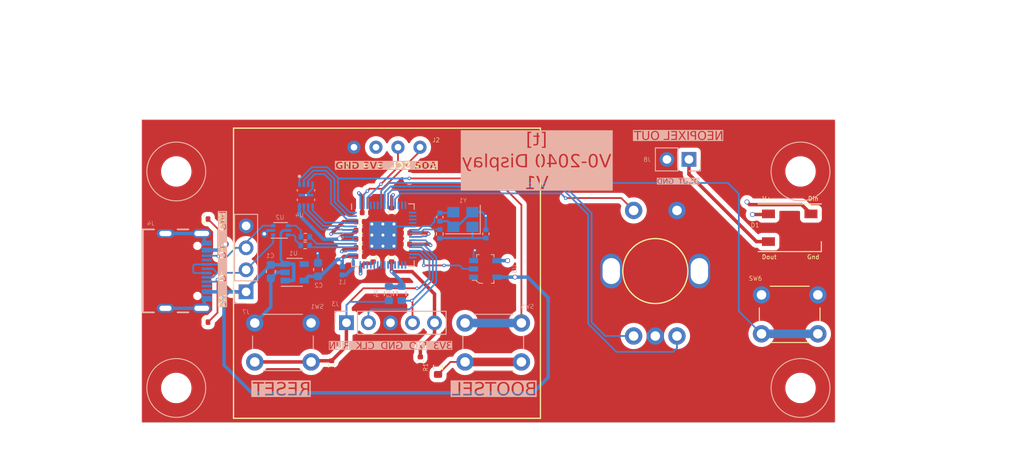
<source format=kicad_pcb>
(kicad_pcb (version 20221018) (generator pcbnew)
  (layers (0 "F.Cu" signal) (1 "In1.Cu" power) (2 "In2.Cu" power) (31 "B.Cu" signal) (34 "B.Paste" user) (35 "F.Paste" user) (36 "B.SilkS" user "B.Silkscreen") (37 "F.SilkS" user "F.Silkscreen") (38 "B.Mask" user) (39 "F.Mask" user) (44 "Edge.Cuts" user))
  (net 0 "")
  (net 1 "GND")
  (net 2 "VBUS")
  (net 3 "D+")
  (net 4 "D-")
  (net 5 "SDA")
  (net 6 "SCL")
  (net 7 "SWDCLK")
  (net 8 "SWDIO")
  (net 9 "Net-(D1-DOUT)")
  (net 10 "Kill_Switch")
  (net 11 "NeoPixel")
  (net 12 "Net-(D1-DIN)")
  (net 13 "OSC_IN")
  (net 14 "Net-(C4-Pad1)")
  (net 15 "Encoder_Switch")
  (net 16 "Encoder_B")
  (net 17 "Encoder_A")
  (net 18 "RUN")
  (net 19 "3.3V")
  (net 20 "AVDD")
  (net 22 "OSC_OUT")
  (net 23 "QSPI_SS")
  (net 24 "Net-(J4-CC2)")
  (net 25 "OUT_D+")
  (net 26 "OUT_D-")
  (net 27 "QSPI_SD2")
  (net 28 "QSPI_SD1")
  (net 29 "QSPI_SD3")
  (net 30 "QSPI_SCLK")
  (net 31 "QSPI_SD0")
  (net 32 "Net-(J4-CC1)")
  (net 34 "Net-(SW5-B)")
  (net 36 "1.1V")
  (net 61 "Net-(U5-USB_DP)")
  (net 62 "Net-(U5-USB_DM)")
  (footprint "Voron0 2040 display:R_0603_1608Metric" (layer "F.Cu") (at 119.36 78.26 90)
    (fp_text reference "R1")
    (fp_text value "1K" hide)
  )
  (footprint "Voron0 2040 display:MountingHole_3.2mm_M3" (layer "F.Cu") (at 161.17 80.65)
    (fp_text reference "H2" hide)
    (fp_text value "MountingHole" hide)
  )
  (footprint "Voron0 2040 display:MountingHole_3.2mm_M3" (layer "F.Cu") (at 161.17 55.65)
    (fp_text reference "H3" hide)
    (fp_text value "MountingHole" hide)
  )
  (footprint "Voron0 2040 display:LED_WS2812B_PLCC4_5.0x5.0mm_P3.2mm" (layer "F.Cu") (at 159.92 62.15)
    (fp_text reference "D1")
    (fp_text value "WS2812B" hide)
  )
  (footprint "Voron0 2040 display:SW_PUSH_6mm" (layer "F.Cu") (at 156.67 69.9)
    (fp_text reference "SW6")
    (fp_text value "Killswitch" hide)
  )
  (footprint "Voron0 2040 display:EN11_Encoder" (layer "F.Cu") (at 144.42 67.15)
    (fp_text reference "SW7" hide)
    (fp_text value "Rotary_Encoder_Switch" hide)
  )
  (footprint "Voron0 2040 display:MountingHole_3.2mm_M3" (layer "F.Cu") (at 89.17 80.65)
    (fp_text reference "H4" hide)
    (fp_text value "MountingHole" hide)
  )
  (footprint "Voron0 2040 display:MountingHole_3.2mm_M3" (layer "F.Cu") (at 89.17 55.65)
    (fp_text reference "H1" hide)
    (fp_text value "MountingHole" hide)
  )
  (footprint "Voron0 2040 display:1pt3in_OLED" (layer "F.Cu") (at 113.47 52.85)
    (fp_text reference "J2")
    (fp_text value "I2C Header 1" hide)
  )
  (footprint "Voron0 2040 display:C_0402_1005Metric" (layer "F.Cu") (at 110.37 62.45)
    (fp_text reference "C12" hide)
    (fp_text value "0.1uf" hide)
  )
  (footprint "Voron0 2040 display:R_0402_1005Metric" (layer "F.Cu") (at 92.32 73.05)
    (fp_text reference "R5" hide)
    (fp_text value "5.1K" hide)
  )
  (footprint "Voron0 2040 display:C_0402_1005Metric" (layer "F.Cu") (at 115.62 62.75 180)
    (fp_text reference "C11" hide)
    (fp_text value "0.1uf" hide)
  )
  (footprint "Voron0 2040 display:C_0402_1005Metric" (layer "F.Cu") (at 110.37 63.45)
    (fp_text reference "C14" hide)
    (fp_text value "0.1uf" hide)
  )
  (footprint "Voron0 2040 display:R_0402_1005Metric" (layer "F.Cu") (at 92.32 61.15 180)
    (fp_text reference "R6" hide)
    (fp_text value "5.1K" hide)
  )
  (footprint "Voron0 2040 display:C_0402_1005Metric" (layer "F.Cu") (at 107.08 77.99 -90)
    (fp_text reference "C8" hide)
    (fp_text value "0.1uf" hide)
  )
  (footprint "Voron0 2040 display:C_0402_1005Metric" (layer "F.Cu") (at 114 65.6 90)
    (fp_text reference "C10" hide)
    (fp_text value "0.1uf" hide)
  )
  (footprint "Voron0 2040 display:C_0402_1005Metric" (layer "F.Cu") (at 110.37 61.45)
    (fp_text reference "C9" hide)
    (fp_text value "1uf" hide)
  )
  (footprint "Voron0 2040 display:C_0402_1005Metric" (layer "F.Cu") (at 117.32 77.55 -90)
    (fp_text reference "C5" hide)
    (fp_text value "0.1uf" hide)
  )
  (footprint "Voron0 2040 display:C_0402_1005Metric" (layer "F.Cu") (at 110.37 64.45)
    (fp_text reference "C7" hide)
    (fp_text value "0.1uf" hide)
  )
  (footprint "Voron0 2040 display:C_0402_1005Metric" (layer "F.Cu") (at 110.37 65.45)
    (fp_text reference "C16" hide)
    (fp_text value "0.1uf" hide)
  )
  (footprint "Voron0 2040 display:C_0402_1005Metric" (layer "F.Cu") (at 111.09 60.4)
    (fp_text reference "C17" hide)
    (fp_text value "0.1uf" hide)
  )
  (footprint "Voron0 2040 display:C_0402_1005Metric" (layer "F.Cu") (at 114 60.35 -90)
    (fp_text reference "C13" hide)
    (fp_text value "0.1uf" hide)
  )
  (footprint "Voron0 2040 display:C_0402_1005Metric" (layer "F.Cu") (at 115.6 64.05 180)
    (fp_text reference "C6" hide)
    (fp_text value "0.1uf" hide)
  )
  (footprint "Voron0 2040 display:C_0402_1005Metric" (layer "F.Cu") (at 111.88 65.6 90)
    (fp_text reference "C15" hide)
    (fp_text value "0.1uf" hide)
  )
  (footprint "Voron0 2040 display:PinHeader_1x05_P2.54mm_Vertical" (layer "B.Cu") (at 108.795 73.12 -90)
    (fp_text reference "J3")
    (fp_text value "SWD" hide)
  )
  (footprint "Voron0 2040 display:R_0402_1005Metric" (layer "B.Cu") (at 119.56 62.86 -90)
    (fp_text reference "R2" hide)
    (fp_text value "1k" hide)
  )
  (footprint "Voron0 2040 display:R_0603_1608Metric" (layer "B.Cu") (at 115.15 69.75 -90)
    (fp_text reference "R3")
    (fp_text value "10k" hide)
  )
  (footprint "Voron0 2040 display:SW_PUSH_6mm" (layer "B.Cu") (at 128.975 73.145 180)
    (fp_text reference "SW5")
    (fp_text value "BOOTSEL" hide)
  )
  (footprint "Voron0 2040 display:C_0603_1608Metric" (layer "B.Cu") (at 105.52 66.975 90)
    (fp_text reference "C2")
    (fp_text value "4.7uF" hide)
  )
  (footprint "Voron0 2040 display:C_0402_1005Metric" (layer "B.Cu") (at 119.57 60.92 90)
    (fp_text reference "C3" hide)
    (fp_text value "27pf" hide)
  )
  (footprint "Voron0 2040 display:C_0402_1005Metric" (layer "B.Cu") (at 124.88 62.86 90)
    (fp_text reference "C4" hide)
    (fp_text value "27pf" hide)
  )
  (footprint "Voron0 2040 display:SOT-23-5" (layer "B.Cu") (at 102.82 67.295)
    (fp_text reference "U1")
    (fp_text value "AP2127K-3.3" hide)
  )
  (footprint "Voron0 2040 display:SOT-753" (layer "B.Cu") (at 124.81 66.9 90)
    (fp_text reference "U3")
    (fp_text value "74LVC1G17" hide)
  )
  (footprint "Voron0 2040 display:SOT-666" (layer "B.Cu") (at 101.195 62.45)
    (fp_text reference "U2")
    (fp_text value "USBLC6-2P6" hide)
  )
  (footprint "Voron0 2040 display:PinHeader_1x02_P2.54mm_Vertical" (layer "B.Cu") (at 148.3 54.26 90)
    (fp_text reference "J8")
    (fp_text value "Conn_01x02" hide)
  )
  (footprint "Voron0 2040 display:C_0603_1608Metric" (layer "B.Cu") (at 100.07 67.205 -90)
    (fp_text reference "C1")
    (fp_text value "4.7uF" hide)
  )
  (footprint "Voron0 2040 display:PinHeader_1x04_P2.54mm_Vertical" (layer "B.Cu") (at 97.22 69.55)
    (fp_text reference "J7")
    (fp_text value "USB_Header")
  )
  (footprint "Voron0 2040 display:IC_W25Q16JVUXIQ_TR" (layer "B.Cu") (at 104.13 58.3775 -90)
    (fp_text reference "U4")
    (fp_text value "W25Q16JVUXIQ_TR" hide)
  )
  (footprint "Voron0 2040 display:SW_PUSH_6mm" (layer "B.Cu") (at 104.72 73.145 180)
    (fp_text reference "SW1")
    (fp_text value "RESET" hide)
  )
  (footprint "Voron0 2040 display:R_0402_1005Metric" (layer "B.Cu") (at 104.05 63.19 180)
    (fp_text reference "R7" hide)
    (fp_text value "27R" hide)
  )
  (footprint "Voron0 2040 display:RP2040-QFN-56" (layer "B.Cu") (at 113 63 -90)
    (fp_text reference "U5")
    (fp_text value "RP2040" hide)
  )
  (footprint "Voron0 2040 display:L_0402_1005Metric" (layer "B.Cu") (at 108.31 67.11 -90)
    (fp_text reference "L1")
    (fp_text value "120R 100MHZ" hide)
  )
  (footprint "Voron0 2040 display:Crystal_SMD_3225-4Pin_3.2x2.5mm" (layer "B.Cu") (at 122.23 61.2 180)
    (fp_text reference "Y1")
    (fp_text value "12Mhz" hide)
  )
  (footprint "Voron0 2040 display:GCT_USB4105-GF-A" (layer "B.Cu") (at 87.92 67.13 90)
    (fp_text reference "J4")
    (fp_text value "USB-TYPE-C-018" hide)
  )
  (footprint "Voron0 2040 display:R_0603_1608Metric" (layer "B.Cu") (at 113.69 69.75 -90)
    (fp_text reference "R4")
    (fp_text value "10k" hide)
  )
  (footprint "Voron0 2040 display:R_0402_1005Metric" (layer "B.Cu") (at 104.03 64.19)
    (fp_text reference "R8" hide)
    (fp_text value "27R" hide)
  )
  (gr_circle (center 161.17 55.65) (end 163.57 53.25) (stroke (width 0.12)) (fill none) (layer "B.SilkS"))
  (gr_circle (center 89.17 80.65) (end 91.57 78.25) (stroke (width 0.12)) (fill none) (layer "B.SilkS"))
  (gr_circle (center 89.17 55.65) (end 91.57 53.25) (stroke (width 0.12)) (fill none) (layer "B.SilkS"))
  (gr_circle (center 161.17 80.65) (end 163.57 78.25) (stroke (width 0.12)) (fill none) (layer "B.SilkS"))
  (gr_line (start 85.17 84.65) (end 85.17 49.65) (stroke (width 0.05)) (layer "Edge.Cuts"))
  (gr_line (start 85.17 49.65) (end 165.17 49.65) (stroke (width 0.05)) (layer "Edge.Cuts"))
  (gr_line (start 165.17 84.65) (end 85.17 84.65) (stroke (width 0.05)) (layer "Edge.Cuts"))
  (gr_line (start 165.17 49.65) (end 165.17 84.65) (stroke (width 0.05)) (layer "Edge.Cuts"))
  (gr_text "5V    D-    D+    Gnd" (at 94.42 71.32 270) (layer "B.SilkS" knockout) (effects (font (size 0.8 0.8)) (justify left mirror)))
  (gr_text "NEOPIXEL OUT" (at 147.12 52.175) (layer "B.SilkS" knockout) (effects (font (size 1 1)) (justify bottom mirror)))
  (gr_text "3V3  DIO  GND  CLK  RUN" (at 113.87 75.81) (layer "B.SilkS" knockout) (effects (font (size 0.8 0.8)) (justify mirror)))
  (gr_text "[t]\nV0-2040 Display\nV1" (at 130.72 54.55) (layer "B.SilkS" knockout) (effects (font (size 1.5 1.5) (thickness 0.2)) (justify mirror)))
  (gr_text "RESET" (at 104.72 80.875) (layer "B.SilkS" knockout) (effects (font (size 1.5 1.5) (thickness 0.3)) (justify left mirror)))
  (gr_text "DOUT  GND" (at 147.07 56.825) (layer "B.SilkS" knockout) (effects (font (size 0.6 0.6)) (justify mirror)))
  (gr_text "SDA SCL  3V3 GND" (at 113.35 55.02) (layer "B.SilkS" knockout) (effects (font (size 0.8 0.8) (thickness 0.1875) bold) (justify mirror)))
  (gr_text "BOOTSEL" (at 125.87 80.875) (layer "B.SilkS" knockout) (effects (font (size 1.5 1.5) (thickness 0.3)) (justify mirror)))
  (gr_text "V+" (at 157.306 58.794) (layer "F.SilkS") (effects (font (size 0.5 0.5) (thickness 0.075))))
  (gr_text "Gnd" (at 162.64 65.525) (layer "F.SilkS") (effects (font (size 0.5 0.5) (thickness 0.075))))
  (gr_text " 5V    D-    D+    Gnd" (at 94.57 71.67 90) (layer "F.SilkS" knockout) (effects (font (size 0.8 0.8)) (justify left)))
  (gr_text "Dout" (at 157.56 65.525) (layer "F.SilkS") (effects (font (size 0.5 0.5) (thickness 0.075))))
  (gr_text "Din" (at 162.64 58.794) (layer "F.SilkS") (effects (font (size 0.5 0.5) (thickness 0.075))))
  (gr_text "GND 3V3  SCL SDA" (at 113.38 55.02) (layer "F.SilkS" knockout) (effects (font (size 0.8 0.8) (thickness 0.1875) bold)))
  (segment (start 110.85 62.45) (end 111 62.45) (width 0.4) (layer "F.Cu") (net 1))
  (segment (start 111.57 61.57) (end 111.725 61.725) (width 0.4) (layer "F.Cu") (net 1))
  (segment (start 111.275 63.45) (end 111.725 63) (width 0.4) (layer "F.Cu") (net 1))
  (segment (start 110.85 63.45) (end 111.275 63.45) (width 0.4) (layer "F.Cu") (net 1))
  (segment (start 91.81 71.74) (end 92.1 71.45) (width 0.4) (layer "F.Cu") (net 1))
  (segment (start 114 60.83) (end 114 61.45) (width 0.4) (layer "F.Cu") (net 1))
  (segment (start 110.85 64.45) (end 111.55 64.45) (width 0.4) (layer "F.Cu") (net 1))
  (segment (start 115.14 62.75) (end 114.525 62.75) (width 0.4) (layer "F.Cu") (net 1))
  (segment (start 114 64.55) (end 114.275 64.275) (width 0.4) (layer "F.Cu") (net 1))
  (segment (start 115.12 64.05) (end 114.5 64.05) (width 0.4) (layer "F.Cu") (net 1))
  (segment (start 110.85 61.45) (end 111.45 61.45) (width 0.4) (layer "F.Cu") (net 1))
  (segment (start 114.525 62.75) (end 114.275 63) (width 0.4) (layer "F.Cu") (net 1))
  (segment (start 110.85 65.45) (end 110.85 65.15) (width 0.4) (layer "F.Cu") (net 1))
  (segment (start 111.88 65.12) (end 111.88 64.43) (width 0.4) (layer "F.Cu") (net 1))
  (segment (start 111.55 64.45) (end 111.725 64.275) (width 0.4) (layer "F.Cu") (net 1))
  (segment (start 111.57 60.4) (end 111.57 61.57) (width 0.4) (layer "F.Cu") (net 1))
  (segment (start 110.85 65.15) (end 111.725 64.275) (width 0.4) (layer "F.Cu") (net 1))
  (segment (start 111.45 61.45) (end 111.725 61.725) (width 0.4) (layer "F.Cu") (net 1))
  (segment (start 111.88 64.43) (end 111.725 64.275) (width 0.4) (layer "F.Cu") (net 1))
  (segment (start 114.5 64.05) (end 114.275 64.275) (width 0.4) (layer "F.Cu") (net 1))
  (segment (start 111 62.45) (end 111.725 61.725) (width 0.4) (layer "F.Cu") (net 1))
  (segment (start 114 61.45) (end 114.275 61.725) (width 0.4) (layer "F.Cu") (net 1))
  (segment (start 114 65.12) (end 114 64.55) (width 0.4) (layer "F.Cu") (net 1))
  (via (at 99.32 62.85) (size 0.8) (drill 0.4) (layers "F.Cu" "B.Cu") (net 1))
  (via (at 124.865 60.775) (size 0.4) (drill 0.2) (layers "F.Cu" "B.Cu") (net 1))
  (via (at 123.61 64.75) (size 0.4) (drill 0.2) (layers "F.Cu" "B.Cu") (net 1))
  (via (at 105.47 65.1) (size 0.4) (drill 0.2) (layers "F.Cu" "B.Cu") (net 1))
  (via (at 104.13 58.3775) (size 0.4) (drill 0.2) (layers "F.Cu" "B.Cu") (net 1))
  (segment (start 123.33 60.35) (end 124.44 60.35) (width 0.25) (layer "B.Cu") (net 1))
  (segment (start 92.1 62.81) (end 87.64 62.81) (width 0.4) (layer "B.Cu") (net 1))
  (segment (start 99.72 62.45) (end 99.32 62.85) (width 0.3) (layer "B.Cu") (net 1))
  (segment (start 114 62) (end 113.01 62.99) (width 0.2) (layer "B.Cu") (net 1))
  (segment (start 92.395 70.33) (end 92.395 71.155) (width 0.4) (layer "B.Cu") (net 1))
  (segment (start 123.46 64.9) (end 123.61 64.75) (width 0.2) (layer "B.Cu") (net 1))
  (segment (start 104.88 57.1275) (end 104.88 57.6275) (width 0.2) (layer "B.Cu") (net 1))
  (segment (start 121.13 62.05) (end 121.545 62.05) (width 0.25) (layer "B.Cu") (net 1))
  (segment (start 100.07 67.98) (end 100.07 71.295) (width 0.4) (layer "B.Cu") (net 1))
  (segment (start 92.395 71.155) (end 92.1 71.45) (width 0.4) (layer "B.Cu") (net 1))
  (segment (start 119.57 61.4) (end 120.48 61.4) (width 0.25) (layer "B.Cu") (net 1))
  (segment (start 92.1 71.45) (end 87.64 71.45) (width 0.4) (layer "B.Cu") (net 1))
  (segment (start 124.865 60.775) (end 124.88 60.79) (width 0.25) (layer "B.Cu") (net 1))
  (segment (start 124.88 60.79) (end 124.88 62.38) (width 0.25) (layer "B.Cu") (net 1))
  (segment (start 105.52 65.15) (end 105.47 65.1) (width 0.25) (layer "B.Cu") (net 1))
  (segment (start 113.01 62.99) (end 113 63) (width 0.2) (layer "B.Cu") (net 1))
  (segment (start 100.755 67.295) (end 100.07 67.98) (width 0.4) (layer "B.Cu") (net 1))
  (segment (start 120.48 61.4) (end 121.13 62.05) (width 0.25) (layer "B.Cu") (net 1))
  (segment (start 92.395 63.105) (end 92.1 62.81) (width 0.4) (layer "B.Cu") (net 1))
  (segment (start 92.395 63.93) (end 92.395 63.105) (width 0.4) (layer "B.Cu") (net 1))
  (segment (start 104.88 57.6275) (end 104.13 58.3775) (width 0.2) (layer "B.Cu") (net 1))
  (segment (start 100.27 62.45) (end 99.72 62.45) (width 0.3) (layer "B.Cu") (net 1))
  (segment (start 116.435 62) (end 114 62) (width 0.2) (layer "B.Cu") (net 1))
  (segment (start 123.46 65.95) (end 123.46 64.9) (width 0.2) (layer "B.Cu") (net 1))
  (segment (start 121.545 62.05) (end 123.245 60.35) (width 0.25) (layer "B.Cu") (net 1))
  (segment (start 123.245 60.35) (end 123.33 60.35) (width 0.25) (layer "B.Cu") (net 1))
  (segment (start 101.72 67.295) (end 100.755 67.295) (width 0.4) (layer "B.Cu") (net 1))
  (segment (start 124.44 60.35) (end 124.865 60.775) (width 0.25) (layer "B.Cu") (net 1))
  (segment (start 100.07 71.295) (end 98.22 73.145) (width 0.4) (layer "B.Cu") (net 1))
  (segment (start 105.52 66.2) (end 105.52 65.15) (width 0.25) (layer "B.Cu") (net 1))
  (segment (start 157.4 60.62) (end 157.47 60.55) (width 0.4) (layer "F.Cu") (net 2))
  (segment (start 155.63 60.62) (end 157.4 60.62) (width 0.4) (layer "F.Cu") (net 2))
  (segment (start 95.52 69.55) (end 97.22 69.55) (width 0.4) (layer "F.Cu") (net 2))
  (segment (start 94.82 64.05) (end 94.82 68.85) (width 0.4) (layer "F.Cu") (net 2))
  (segment (start 94.82 68.85) (end 95.52 69.55) (width 0.4) (layer "F.Cu") (net 2))
  (via (at 155.63 60.62) (size 0.55) (drill 0.4) (layers "F.Cu" "B.Cu") (net 2))
  (via (at 128.24 67.85) (size 0.55) (drill 0.4) (layers "F.Cu" "B.Cu") (net 2))
  (via (at 94.82 64.05) (size 0.8) (drill 0.4) (layers "F.Cu" "B.Cu") (net 2))
  (segment (start 94.14 64.73) (end 92.395 64.73) (width 0.4) (layer "B.Cu") (net 2))
  (segment (start 130.29 81.21) (end 132.07 79.43) (width 0.4) (layer "B.Cu") (net 2))
  (segment (start 132.07 79.43) (end 132.07 70.23) (width 0.4) (layer "B.Cu") (net 2))
  (segment (start 102.65 68.245) (end 101.72 68.245) (width 0.4) (layer "B.Cu") (net 2))
  (segment (start 97.88 81.21) (end 130.29 81.21) (width 0.4) (layer "B.Cu") (net 2))
  (segment (start 97.22 69.55) (end 95.72 69.55) (width 0.4) (layer "B.Cu") (net 2))
  (segment (start 129.69 67.85) (end 128.24 67.85) (width 0.4) (layer "B.Cu") (net 2))
  (segment (start 95.22 69.55) (end 94.67 70.1) (width 0.4) (layer "B.Cu") (net 2))
  (segment (start 101.52 62.45) (end 101.22 62.75) (width 0.3) (layer "B.Cu") (net 2))
  (segment (start 102.715 66.345) (end 102.715 68.18) (width 0.4) (layer "B.Cu") (net 2))
  (segment (start 102.12 62.45) (end 101.52 62.45) (width 0.3) (layer "B.Cu") (net 2))
  (segment (start 101.22 62.75) (end 101.22 65.845) (width 0.3) (layer "B.Cu") (net 2))
  (segment (start 102.715 68.18) (end 102.65 68.245) (width 0.4) (layer "B.Cu") (net 2))
  (segment (start 94.67 70.1) (end 94.67 78) (width 0.4) (layer "B.Cu") (net 2))
  (segment (start 132.07 70.23) (end 129.69 67.85) (width 0.4) (layer "B.Cu") (net 2))
  (segment (start 100.07 66.43) (end 97.22 69.28) (width 0.4) (layer "B.Cu") (net 2))
  (segment (start 95.72 69.55) (end 95.22 69.55) (width 0.4) (layer "B.Cu") (net 2))
  (segment (start 128.24 67.85) (end 126.16 67.85) (width 0.4) (layer "B.Cu") (net 2))
  (segment (start 101.635 66.43) (end 101.72 66.345) (width 0.4) (layer "B.Cu") (net 2))
  (segment (start 100.07 66.43) (end 101.635 66.43) (width 0.4) (layer "B.Cu") (net 2))
  (segment (start 94.82 64.05) (end 94.14 64.73) (width 0.4) (layer "B.Cu") (net 2))
  (segment (start 97.22 69.28) (end 97.22 69.55) (width 0.4) (layer "B.Cu") (net 2))
  (segment (start 94.67 78) (end 97.88 81.21) (width 0.4) (layer "B.Cu") (net 2))
  (segment (start 101.72 66.345) (end 102.715 66.345) (width 0.4) (layer "B.Cu") (net 2))
  (segment (start 92.415 69.55) (end 95.72 69.55) (width 0.4) (layer "B.Cu") (net 2))
  (segment (start 101.22 65.845) (end 101.72 66.345) (width 0.3) (layer "B.Cu") (net 2))
  (segment (start 92.395 66.38) (end 94.11 66.38) (width 0.2) (layer "B.Cu") (net 3))
  (segment (start 100.345 61.9125) (end 99.1575 61.9125) (width 0.2) (layer "B.Cu") (net 3))
  (segment (start 91.12 66.55) (end 91.29 66.38) (width 0.2) (layer "B.Cu") (net 3))
  (segment (start 94.11 66.38) (end 96.02 64.47) (width 0.2) (layer "B.Cu") (net 3))
  (segment (start 91.25 67.38) (end 91.12 67.25) (width 0.2) (layer "B.Cu") (net 3))
  (segment (start 92.395 67.38) (end 91.25 67.38) (width 0.2) (layer "B.Cu") (net 3))
  (segment (start 97.22 63.85) (end 97.22 64.47) (width 0.2) (layer "B.Cu") (net 3))
  (segment (start 96.02 64.47) (end 97.22 64.47) (width 0.2) (layer "B.Cu") (net 3))
  (segment (start 91.12 67.25) (end 91.12 66.55) (width 0.2) (layer "B.Cu") (net 3))
  (segment (start 91.29 66.38) (end 92.395 66.38) (width 0.2) (layer "B.Cu") (net 3))
  (segment (start 99.1575 61.9125) (end 97.22 63.85) (width 0.2) (layer "B.Cu") (net 3))
  (segment (start 92.395 66.88) (end 93.4 66.88) (width 0.2) (layer "B.Cu") (net 4))
  (segment (start 96.88 67.35) (end 93.912893 67.35) (width 0.2) (layer "B.Cu") (net 4))
  (segment (start 100.345 63.885) (end 97.22 67.01) (width 0.2) (layer "B.Cu") (net 4))
  (segment (start 100.345 62.9875) (end 100.345 63.885) (width 0.2) (layer "B.Cu") (net 4))
  (segment (start 97.22 67.01) (end 96.88 67.35) (width 0.2) (layer "B.Cu") (net 4))
  (segment (start 93.4 66.88) (end 93.891446 67.371447) (width 0.2) (layer "B.Cu") (net 4))
  (segment (start 93.382893 67.88) (end 92.395 67.88) (width 0.2) (layer "B.Cu") (net 4))
  (segment (start 93.891446 67.371447) (end 93.382893 67.88) (width 0.2) (layer "B.Cu") (net 4))
  (segment (start 117.28 53.31) (end 117.28 52.85) (width 0.2) (layer "F.Cu") (net 5))
  (segment (start 112.951752 57.64) (end 113.26 57.331752) (width 0.2) (layer "F.Cu") (net 5))
  (segment (start 113.26 57.331752) (end 113.26 57.33) (width 0.2) (layer "F.Cu") (net 5))
  (segment (start 111.215 57.905) (end 111.48 57.64) (width 0.2) (layer "F.Cu") (net 5))
  (segment (start 113.26 57.33) (end 117.28 53.31) (width 0.2) (layer "F.Cu") (net 5))
  (segment (start 111.48 57.64) (end 112.951752 57.64) (width 0.2) (layer "F.Cu") (net 5))
  (via (at 111.215 57.905) (size 0.4) (drill 0.2) (layers "F.Cu" "B.Cu") (net 5))
  (segment (start 110.8 58.32) (end 110.8 59.5625) (width 0.2) (layer "B.Cu") (net 5))
  (segment (start 111.215 57.905) (end 110.8 58.32) (width 0.2) (layer "B.Cu") (net 5))
  (segment (start 112.767676 57.117676) (end 114.74 55.145352) (width 0.2) (layer "F.Cu") (net 6))
  (segment (start 114.74 55.145352) (end 114.74 52.85) (width 0.2) (layer "F.Cu") (net 6))
  (via (at 112.767676 57.117676) (size 0.4) (drill 0.2) (layers "F.Cu" "B.Cu") (net 6))
  (segment (start 112.767676 57.117676) (end 111.2 58.685352) (width 0.2) (layer "B.Cu") (net 6))
  (segment (start 111.2 58.685352) (end 111.2 59.5625) (width 0.2) (layer "B.Cu") (net 6))
  (segment (start 116.4375 64) (end 117.615686 64) (width 0.2) (layer "B.Cu") (net 7))
  (segment (start 119.16 68.485685) (end 116.075685 71.57) (width 0.2) (layer "B.Cu") (net 7))
  (segment (start 119.16 65.544314) (end 119.16 68.485685) (width 0.2) (layer "B.Cu") (net 7))
  (segment (start 111.335 71.905) (end 111.335 73.12) (width 0.2) (layer "B.Cu") (net 7))
  (segment (start 116.075685 71.57) (end 111.67 71.57) (width 0.2) (layer "B.Cu") (net 7))
  (segment (start 111.67 71.57) (end 111.335 71.905) (width 0.2) (layer "B.Cu") (net 7))
  (segment (start 117.615686 64) (end 119.16 65.544314) (width 0.2) (layer "B.Cu") (net 7))
  (segment (start 116.415 70.645) (end 116.415 73.12) (width 0.2) (layer "F.Cu") (net 8))
  (segment (start 116.33 70.56) (end 116.415 70.645) (width 0.2) (layer "F.Cu") (net 8))
  (via (at 116.33 70.56) (size 0.4) (drill 0.2) (layers "F.Cu" "B.Cu") (net 8))
  (segment (start 116.366061 70.56) (end 118.76 68.166061) (width 0.2) (layer "B.Cu") (net 8))
  (segment (start 118.76 65.71) (end 117.45 64.4) (width 0.2) (layer "B.Cu") (net 8))
  (segment (start 116.33 70.56) (end 116.366061 70.56) (width 0.2) (layer "B.Cu") (net 8))
  (segment (start 116.33 70.56) (end 116.315 70.575) (width 0.2) (layer "B.Cu") (net 8))
  (segment (start 117.45 64.4) (end 116.4375 64.4) (width 0.2) (layer "B.Cu") (net 8))
  (segment (start 118.76 68.166061) (end 118.76 65.71) (width 0.2) (layer "B.Cu") (net 8))
  (segment (start 116.315 70.575) (end 115.15 70.575) (width 0.2) (layer "B.Cu") (net 8))
  (segment (start 157.47 63.75) (end 156.09 63.75) (width 0.4) (layer "F.Cu") (net 9))
  (segment (start 148.3 55.96) (end 148.3 54.26) (width 0.4) (layer "F.Cu") (net 9))
  (segment (start 156.09 63.75) (end 148.3 55.96) (width 0.4) (layer "F.Cu") (net 9))
  (segment (start 113.72 56.98) (end 152.8 56.98) (width 0.2) (layer "B.Cu") (net 10))
  (segment (start 163.17 74.4) (end 156.67 74.4) (width 1) (layer "B.Cu") (net 10))
  (segment (start 154.05 71.78) (end 156.67 74.4) (width 0.2) (layer "B.Cu") (net 10))
  (segment (start 152.8 56.98) (end 154.05 58.23) (width 0.2) (layer "B.Cu") (net 10))
  (segment (start 112.8 59.5625) (end 112.8 57.9) (width 0.2) (layer "B.Cu") (net 10))
  (segment (start 154.05 58.23) (end 154.05 71.78) (width 0.2) (layer "B.Cu") (net 10))
  (segment (start 112.8 57.9) (end 113.72 56.98) (width 0.2) (layer "B.Cu") (net 10))
  (segment (start 120.05 66.5) (end 117.71 66.5) (width 0.2) (layer "F.Cu") (net 11))
  (via (at 117.71 66.5) (size 0.4) (drill 0.2) (layers "F.Cu" "B.Cu") (net 11))
  (via (at 120.05 66.5) (size 0.4) (drill 0.2) (layers "F.Cu" "B.Cu") (net 11))
  (segment (start 117.118628 65.2) (end 117.71 65.791372) (width 0.2) (layer "B.Cu") (net 11))
  (segment (start 117.71 65.791372) (end 117.71 66.5) (width 0.2) (layer "B.Cu") (net 11))
  (segment (start 121.84 66.5) (end 122.24 66.9) (width 0.2) (layer "B.Cu") (net 11))
  (segment (start 116.4375 65.2) (end 117.118628 65.2) (width 0.2) (layer "B.Cu") (net 11))
  (segment (start 120.05 66.5) (end 121.84 66.5) (width 0.2) (layer "B.Cu") (net 11))
  (segment (start 122.24 66.9) (end 123.46 66.9) (width 0.2) (layer "B.Cu") (net 11))
  (segment (start 154.991233 59.168767) (end 155.302466 59.48) (width 0.4) (layer "F.Cu") (net 12))
  (segment (start 161.3 59.48) (end 162.37 60.55) (width 0.4) (layer "F.Cu") (net 12))
  (segment (start 155.302466 59.48) (end 161.3 59.48) (width 0.4) (layer "F.Cu") (net 12))
  (via (at 127.389999 65.95) (size 0.55) (drill 0.4) (layers "F.Cu" "B.Cu") (net 12))
  (via (at 154.991233 59.168767) (size 0.55) (drill 0.4) (layers "F.Cu" "B.Cu") (net 12))
  (segment (start 126.16 65.95) (end 127.389999 65.95) (width 0.4) (layer "B.Cu") (net 12))
  (segment (start 118.45 61.95) (end 118.96 61.44) (width 0.2) (layer "B.Cu") (net 13))
  (segment (start 117.116876 62.4) (end 117.566877 61.95) (width 0.2) (layer "B.Cu") (net 13))
  (segment (start 119.57 60.44) (end 121.04 60.44) (width 0.2) (layer "B.Cu") (net 13))
  (segment (start 121.04 60.44) (end 121.13 60.35) (width 0.2) (layer "B.Cu") (net 13))
  (segment (start 116.4375 62.4) (end 117.116876 62.4) (width 0.2) (layer "B.Cu") (net 13))
  (segment (start 118.96 61.44) (end 118.96 61.05) (width 0.2) (layer "B.Cu") (net 13))
  (segment (start 118.96 61.05) (end 119.57 60.44) (width 0.2) (layer "B.Cu") (net 13))
  (segment (start 117.566877 61.95) (end 118.45 61.95) (width 0.2) (layer "B.Cu") (net 13))
  (segment (start 123.33 62.05) (end 123.33 63.31) (width 0.25) (layer "B.Cu") (net 14))
  (segment (start 124.88 63.34) (end 123.3 63.34) (width 0.25) (layer "B.Cu") (net 14))
  (segment (start 123.3 63.34) (end 119.59 63.34) (width 0.25) (layer "B.Cu") (net 14))
  (segment (start 123.33 63.31) (end 123.3 63.34) (width 0.25) (layer "B.Cu") (net 14))
  (segment (start 134.099477 58.720523) (end 140.490523 58.720523) (width 0.2) (layer "F.Cu") (net 15))
  (segment (start 140.490523 58.720523) (end 141.92 60.15) (width 0.2) (layer "F.Cu") (net 15))
  (segment (start 134.0818 58.7382) (end 134.099477 58.720523) (width 0.2) (layer "F.Cu") (net 15))
  (via (at 134.0818 58.7382) (size 0.4) (drill 0.2) (layers "F.Cu" "B.Cu") (net 15))
  (segment (start 133.5236 58.18) (end 115.07 58.18) (width 0.2) (layer "B.Cu") (net 15))
  (segment (start 114.4 58.85) (end 114.4 59.5625) (width 0.2) (layer "B.Cu") (net 15))
  (segment (start 115.07 58.18) (end 114.4 58.85) (width 0.2) (layer "B.Cu") (net 15))
  (segment (start 134.0818 58.7382) (end 133.5236 58.18) (width 0.2) (layer "B.Cu") (net 15))
  (segment (start 139.924314 76.48) (end 146.48 76.48) (width 0.2) (layer "B.Cu") (net 16))
  (segment (start 136.67 60.62) (end 136.67 73.225686) (width 0.2) (layer "B.Cu") (net 16))
  (segment (start 113.6 58.231372) (end 114.051372 57.78) (width 0.2) (layer "B.Cu") (net 16))
  (segment (start 133.83 57.78) (end 136.67 60.62) (width 0.2) (layer "B.Cu") (net 16))
  (segment (start 114.051372 57.78) (end 133.83 57.78) (width 0.2) (layer "B.Cu") (net 16))
  (segment (start 136.67 73.225686) (end 139.924314 76.48) (width 0.2) (layer "B.Cu") (net 16))
  (segment (start 146.92 76.04) (end 146.92 74.65) (width 0.2) (layer "B.Cu") (net 16))
  (segment (start 113.6 59.5625) (end 113.6 58.231372) (width 0.2) (layer "B.Cu") (net 16))
  (segment (start 146.48 76.48) (end 146.92 76.04) (width 0.2) (layer "B.Cu") (net 16))
  (segment (start 113.2 58.065686) (end 113.885687 57.38) (width 0.2) (layer "B.Cu") (net 17))
  (segment (start 113.2 59.5625) (end 113.2 58.065686) (width 0.2) (layer "B.Cu") (net 17))
  (segment (start 138.66 74.65) (end 141.92 74.65) (width 0.2) (layer "B.Cu") (net 17))
  (segment (start 137.07 73.06) (end 138.66 74.65) (width 0.2) (layer "B.Cu") (net 17))
  (segment (start 113.885687 57.38) (end 133.995686 57.38) (width 0.2) (layer "B.Cu") (net 17))
  (segment (start 137.07 60.454315) (end 137.07 73.06) (width 0.2) (layer "B.Cu") (net 17))
  (segment (start 133.995686 57.38) (end 137.07 60.454315) (width 0.2) (layer "B.Cu") (net 17))
  (segment (start 116.93 69.14) (end 110.746809 69.14) (width 0.2) (layer "F.Cu") (net 18))
  (segment (start 108.79 73.125) (end 108.795 73.12) (width 0.4) (layer "F.Cu") (net 18))
  (segment (start 108.79 75.8) (end 108.79 73.125) (width 0.4) (layer "F.Cu") (net 18))
  (segment (start 104.72 77.645) (end 104.855 77.51) (width 0.4) (layer "F.Cu") (net 18))
  (segment (start 107.08 77.51) (end 108.79 75.8) (width 0.4) (layer "F.Cu") (net 18))
  (segment (start 108.795 71.091809) (end 108.795 73.12) (width 0.2) (layer "F.Cu") (net 18))
  (segment (start 110.746809 69.14) (end 108.795 71.091809) (width 0.2) (layer "F.Cu") (net 18))
  (segment (start 104.855 77.51) (end 107.08 77.51) (width 0.4) (layer "F.Cu") (net 18))
  (segment (start 98.22 77.645) (end 104.72 77.645) (width 0.4) (layer "F.Cu") (net 18))
  (via (at 116.93 69.14) (size 0.4) (drill 0.2) (layers "F.Cu" "B.Cu") (net 18))
  (segment (start 108.79 71.1) (end 108.795 71.105) (width 0.2) (layer "B.Cu") (net 18))
  (segment (start 116.93 69.14) (end 117.184314 69.14) (width 0.2) (layer "B.Cu") (net 18))
  (segment (start 108.795 71.105) (end 108.795 73.12) (width 0.2) (layer "B.Cu") (net 18))
  (segment (start 117.284314 64.8) (end 116.4375 64.8) (width 0.2) (layer "B.Cu") (net 18))
  (segment (start 118.36 67.964314) (end 118.36 65.875686) (width 0.2) (layer "B.Cu") (net 18))
  (segment (start 113.56 70.705) (end 109.185 70.705) (width 0.2) (layer "B.Cu") (net 18))
  (segment (start 117.184314 69.14) (end 118.36 67.964314) (width 0.2) (layer "B.Cu") (net 18))
  (segment (start 113.69 70.575) (end 113.56 70.705) (width 0.2) (layer "B.Cu") (net 18))
  (segment (start 109.185 70.705) (end 108.79 71.1) (width 0.2) (layer "B.Cu") (net 18))
  (segment (start 118.36 65.875686) (end 117.284314 64.8) (width 0.2) (layer "B.Cu") (net 18))
  (segment (start 114.02 58.517772) (end 114.02 59.85) (width 0.4) (layer "F.Cu") (net 19))
  (segment (start 114 67.21) (end 114 66.08) (width 0.4) (layer "F.Cu") (net 19))
  (segment (start 110.83 66.26) (end 111.7 66.26) (width 0.4) (layer "F.Cu") (net 19))
  (segment (start 110.42 67.45) (end 110.42 66.67) (width 0.4) (layer "F.Cu") (net 19))
  (segment (start 118.27 62.85) (end 118.17 62.75) (width 0.4) (layer "F.Cu") (net 19))
  (segment (start 118.955 73.12) (end 118.955 69.795) (width 0.4) (layer "F.Cu") (net 19))
  (segment (start 108.03 63.31) (end 108.24 63.1) (width 0.4) (layer "F.Cu") (net 19))
  (segment (start 111.7 66.26) (end 111.88 66.08) (width 0.4) (layer "F.Cu") (net 19))
  (segment (start 118.17 62.75) (end 116.1 62.75) (width 0.4) (layer "F.Cu") (net 19))
  (segment (start 108.2 65.77) (end 108.52 65.45) (width 0.4) (layer "F.Cu") (net 19))
  (segment (start 110.22 58.15) (end 110.61 58.54) (width 0.4) (layer "F.Cu") (net 19))
  (segment (start 116.38 67.22) (end 114.01 67.22) (width 0.4) (layer "F.Cu") (net 19))
  (segment (start 108.24 63.1) (end 109.24 63.1) (width 0.4) (layer "F.Cu") (net 19))
  (segment (start 117.32 77.07) (end 117.32 76.04) (width 0.4) (layer "F.Cu") (net 19))
  (segment (start 108.38 63.31) (end 108.52 63.45) (width 0.4) (layer "F.Cu") (net 19))
  (segment (start 110.42 66.67) (end 110.83 66.26) (width 0.4) (layer "F.Cu") (net 19))
  (segment (start 114.178886 58.358886) (end 114.02 58.517772) (width 0.4) (layer "F.Cu") (net 19))
  (segment (start 108.52 63.45) (end 109.89 63.45) (width 0.4) (layer "F.Cu") (net 19))
  (segment (start 114.02 59.85) (end 114 59.87) (width 0.2) (layer "F.Cu") (net 19))
  (segment (start 109.24 63.1) (end 109.89 62.45) (width 0.4) (layer "F.Cu") (net 19))
  (segment (start 118.955 74.405) (end 118.955 73.12) (width 0.4) (layer "F.Cu") (net 19))
  (segment (start 117.32 76.04) (end 118.955 74.405) (width 0.4) (layer "F.Cu") (net 19))
  (segment (start 108.03 63.31) (end 108.38 63.31) (width 0.4) (layer "F.Cu") (net 19))
  (segment (start 110.61 58.54) (end 110.61 60.4) (width 0.4) (layer "F.Cu") (net 19))
  (segment (start 108.52 65.45) (end 109.89 65.45) (width 0.4) (layer "F.Cu") (net 19))
  (segment (start 118.955 69.795) (end 116.38 67.22) (width 0.4) (layer "F.Cu") (net 19))
  (segment (start 114.01 67.22) (end 114 67.21) (width 0.4) (layer "F.Cu") (net 19))
  (via (at 114.178886 58.358886) (size 0.4) (drill 0.2) (layers "F.Cu" "B.Cu") (net 19))
  (via (at 110.42 67.45) (size 0.4) (drill 0.2) (layers "F.Cu" "B.Cu") (net 19))
  (via (at 108.2 65.77) (size 0.4) (drill 0.2) (layers "F.Cu" "B.Cu") (net 19))
  (via (at 110.22 58.15) (size 0.4) (drill 0.2) (layers "F.Cu" "B.Cu") (net 19))
  (via (at 118.27 62.85) (size 0.4) (drill 0.2) (layers "F.Cu" "B.Cu") (net 19))
  (via (at 114.01 67.22) (size 0.4) (drill 0.2) (layers "F.Cu" "B.Cu") (net 19))
  (via (at 108.03 63.4) (size 0.55) (drill 0.4) (layers "F.Cu" "B.Cu") (net 19))
  (segment (start 108.610026 65.62) (end 108.35 65.62) (width 0.2) (layer "B.Cu") (net 19))
  (segment (start 109.5625 63.6) (end 108.23 63.6) (width 0.2) (layer "B.Cu") (net 19))
  (segment (start 117.995 63.125) (end 117.523248 63.125) (width 0.2) (layer "B.Cu") (net 19))
  (segment (start 114.178886 58.358886) (end 114 58.537772) (width 0.2) (layer "B.Cu") (net 19))
  (segment (start 115.15 68.925) (end 113.69 68.925) (width 0.4) (layer "B.Cu") (net 19))
  (segment (start 114 66.4375) (end 114 67.21) (width 0.2) (layer "B.Cu") (net 19))
  (segment (start 114 67.21) (end 114.01 67.22) (width 0.2) (layer "B.Cu") (net 19))
  (segment (start 104.415 67.75) (end 103.92 68.245) (width 0.4) (layer "B.Cu") (net 19))
  (segment (start 109.5625 65.2) (end 109.030026 65.2) (width 0.2) (layer "B.Cu") (net 19))
  (segment (start 114 58.537772) (end 114 59.5625) (width 0.2) (layer "B.Cu") (net 19))
  (segment (start 107.765 65.795) (end 108.175 65.795) (width 0.4) (layer "B.Cu") (net 19))
  (segment (start 115.15 68.925) (end 115.15 68.36) (width 0.4) (layer "B.Cu") (net 19))
  (segment (start 105.52 67.75) (end 104.415 67.75) (width 0.4) (layer "B.Cu") (net 19))
  (segment (start 109.030026 65.2) (end 108.610026 65.62) (width 0.2) (layer "B.Cu") (net 19))
  (segment (start 105.81 67.75) (end 107.765 65.795) (width 0.4) (layer "B.Cu") (net 19))
  (segment (start 109.5625 63.2) (end 109.5625 63.6) (width 0.2) (layer "B.Cu") (net 19))
  (segment (start 108.23 63.6) (end 108.03 63.4) (width 0.2) (layer "B.Cu") (net 19))
  (segment (start 108.2 65.77) (end 108.175 65.795) (width 0.4) (layer "B.Cu") (net 19))
  (segment (start 105.52 67.75) (end 105.81 67.75) (width 0.4) (layer "B.Cu") (net 19))
  (segment (start 108.31 65.93) (end 108.175 65.795) (width 0.4) (layer "B.Cu") (net 19))
  (segment (start 110.22 58.15) (end 110.4 58.33) (width 0.2) (layer "B.Cu") (net 19))
  (segment (start 118.27 62.85) (end 117.995 63.125) (width 0.2) (layer "B.Cu") (net 19))
  (segment (start 117.448248 63.2) (end 116.4375 63.2) (width 0.2) (layer "B.Cu") (net 19))
  (segment (start 117.523248 63.125) (end 117.448248 63.2) (width 0.2) (layer "B.Cu") (net 19))
  (segment (start 108.35 65.62) (end 108.2 65.77) (width 0.2) (layer "B.Cu") (net 19))
  (segment (start 110.4 67.43) (end 110.4 66.4375) (width 0.2) (layer "B.Cu") (net 19))
  (segment (start 109.5625 63.2) (end 108.23 63.2) (width 0.2) (layer "B.Cu") (net 19))
  (segment (start 115.15 68.36) (end 114.01 67.22) (width 0.4) (layer "B.Cu") (net 19))
  (segment (start 110.4 58.33) (end 110.4 59.5625) (width 0.2) (layer "B.Cu") (net 19))
  (segment (start 103.38 60.7) (end 103.38 59.6275) (width 0.4) (layer "B.Cu") (net 19))
  (segment (start 108.03 63.4) (end 107.955 63.475) (width 0.4) (layer "B.Cu") (net 19))
  (segment (start 106.155 63.475) (end 103.38 60.7) (width 0.4) (layer "B.Cu") (net 19))
  (segment (start 108.31 66.625) (end 108.31 65.93) (width 0.4) (layer "B.Cu") (net 19))
  (segment (start 108.23 63.2) (end 108.03 63.4) (width 0.2) (layer "B.Cu") (net 19))
  (segment (start 107.955 63.475) (end 106.155 63.475) (width 0.4) (layer "B.Cu") (net 19))
  (segment (start 110.42 67.45) (end 110.4 67.43) (width 0.2) (layer "B.Cu") (net 19))
  (segment (start 109.5625 65.6) (end 109.5625 65.9725) (width 0.2) (layer "B.Cu") (net 20))
  (segment (start 109.57 66.76) (end 108.735 67.595) (width 0.4) (layer "B.Cu") (net 20))
  (segment (start 108.735 67.595) (end 108.31 67.595) (width 0.4) (layer "B.Cu") (net 20))
  (segment (start 109.57 65.98) (end 109.57 66.76) (width 0.4) (layer "B.Cu") (net 20))
  (segment (start 109.5625 65.9725) (end 109.57 65.98) (width 0.2) (layer "B.Cu") (net 20))
  (segment (start 116.4375 62.8) (end 117.282562 62.8) (width 0.2) (layer "B.Cu") (net 22))
  (segment (start 117.732562 62.35) (end 119.56 62.35) (width 0.2) (layer "B.Cu") (net 22))
  (segment (start 117.282562 62.8) (end 117.732562 62.35) (width 0.2) (layer "B.Cu") (net 22))
  (segment (start 125.22 56.45) (end 116.05 56.45) (width 0.2) (layer "F.Cu") (net 23))
  (segment (start 128.975 73.145) (end 128.975 59.515) (width 0.2) (layer "F.Cu") (net 23))
  (segment (start 125.91 56.45) (end 125.18 56.45) (width 0.2) (layer "F.Cu") (net 23))
  (segment (start 128.975 59.515) (end 125.91 56.45) (width 0.2) (layer "F.Cu") (net 23))
  (via (at 116.05 56.45) (size 0.4) (drill 0.2) (layers "F.Cu" "B.Cu") (net 23))
  (segment (start 104.7975 55.16) (end 103.38 56.5775) (width 0.2) (layer "B.Cu") (net 23))
  (segment (start 107.891372 56.46) (end 107.630686 56.199314) (width 0.2) (layer "B.Cu") (net 23))
  (segment (start 116.05 56.45) (end 116.04 56.46) (width 0.2) (layer "B.Cu") (net 23))
  (segment (start 107.82 59.024288) (end 107.82 56.388628) (width 0.2) (layer "B.Cu") (net 23))
  (segment (start 103.38 56.5775) (end 103.38 57.1275) (width 0.2) (layer "B.Cu") (net 23))
  (segment (start 107.630686 56.199314) (end 106.591371 55.16) (width 0.2) (layer "B.Cu") (net 23))
  (segment (start 107.82 56.388628) (end 107.630686 56.199314) (width 0.2) (layer "B.Cu") (net 23))
  (segment (start 109.5625 60.4) (end 109.195711 60.4) (width 0.2) (layer "B.Cu") (net 23))
  (segment (start 116.04 56.46) (end 107.891372 56.46) (width 0.2) (layer "B.Cu") (net 23))
  (segment (start 106.591371 55.16) (end 104.7975 55.16) (width 0.2) (layer "B.Cu") (net 23))
  (segment (start 109.195711 60.4) (end 107.82 59.024288) (width 0.2) (layer "B.Cu") (net 23))
  (segment (start 128.975 73.145) (end 122.475 73.145) (width 1) (layer "B.Cu") (net 23))
  (segment (start 94.02 65.45) (end 94.02 62.34) (width 0.2) (layer "F.Cu") (net 24))
  (segment (start 94.02 62.34) (end 92.83 61.15) (width 0.2) (layer "F.Cu") (net 24))
  (via (at 94.02 65.45) (size 0.4) (drill 0.2) (layers "F.Cu" "B.Cu") (net 24))
  (segment (start 93.95 65.38) (end 92.395 65.38) (width 0.2) (layer "B.Cu") (net 24))
  (segment (start 94.02 65.45) (end 93.95 65.38) (width 0.2) (layer "B.Cu") (net 24))
  (segment (start 102.9725 61.9125) (end 102.045 61.9125) (width 0.2) (layer "B.Cu") (net 25))
  (segment (start 103.54 62.48) (end 102.9725 61.9125) (width 0.2) (layer "B.Cu") (net 25))
  (segment (start 103.54 63.19) (end 103.54 62.48) (width 0.2) (layer "B.Cu") (net 25))
  (segment (start 102.7075 62.9875) (end 102.91 63.19) (width 0.2) (layer "B.Cu") (net 26))
  (segment (start 102.91 63.58) (end 103.52 64.19) (width 0.2) (layer "B.Cu") (net 26))
  (segment (start 102.91 63.19) (end 102.91 63.58) (width 0.2) (layer "B.Cu") (net 26))
  (segment (start 102.045 62.9875) (end 102.7075 62.9875) (width 0.2) (layer "B.Cu") (net 26))
  (segment (start 105.13 55.96) (end 104.38 56.71) (width 0.2) (layer "B.Cu") (net 27))
  (segment (start 107.02 59.35566) (end 107.02 56.72) (width 0.2) (layer "B.Cu") (net 27))
  (segment (start 104.38 56.71) (end 104.38 57.1275) (width 0.2) (layer "B.Cu") (net 27))
  (segment (start 109.5625 61.2) (end 108.864339 61.2) (width 0.2) (layer "B.Cu") (net 27))
  (segment (start 108.864339 61.2) (end 107.02 59.35566) (width 0.2) (layer "B.Cu") (net 27))
  (segment (start 106.26 55.96) (end 105.13 55.96) (width 0.2) (layer "B.Cu") (net 27))
  (segment (start 107.02 56.72) (end 106.26 55.96) (width 0.2) (layer "B.Cu") (net 27))
  (segment (start 107.42 56.554314) (end 106.425685 55.56) (width 0.2) (layer "B.Cu") (net 28))
  (segment (start 106.425685 55.56) (end 104.963186 55.56) (width 0.2) (layer "B.Cu") (net 28))
  (segment (start 107.42 59.189974) (end 107.42 56.554314) (width 0.2) (layer "B.Cu") (net 28))
  (segment (start 109.030025 60.8) (end 107.42 59.189974) (width 0.2) (layer "B.Cu") (net 28))
  (segment (start 109.5625 60.8) (end 109.030025 60.8) (width 0.2) (layer "B.Cu") (net 28))
  (segment (start 103.88 56.643186) (end 103.88 57.1275) (width 0.2) (layer "B.Cu") (net 28))
  (segment (start 104.963186 55.56) (end 103.88 56.643186) (width 0.2) (layer "B.Cu") (net 28))
  (segment (start 108.317284 62.35) (end 105.986816 62.35) (width 0.2) (layer "B.Cu") (net 29))
  (segment (start 109.5625 62.4) (end 108.367284 62.4) (width 0.2) (layer "B.Cu") (net 29))
  (segment (start 103.88 60.243186) (end 103.88 59.6275) (width 0.2) (layer "B.Cu") (net 29))
  (segment (start 108.367284 62.4) (end 108.317284 62.35) (width 0.2) (layer "B.Cu") (net 29))
  (segment (start 105.986816 62.35) (end 103.88 60.243186) (width 0.2) (layer "B.Cu") (net 29))
  (segment (start 106.152501 61.95) (end 104.38 60.1775) (width 0.2) (layer "B.Cu") (net 30))
  (segment (start 108.482969 61.95) (end 106.152501 61.95) (width 0.2) (layer "B.Cu") (net 30))
  (segment (start 109.5625 62) (end 108.532969 62) (width 0.2) (layer "B.Cu") (net 30))
  (segment (start 104.38 60.1775) (end 104.38 59.6275) (width 0.2) (layer "B.Cu") (net 30))
  (segment (start 108.532969 62) (end 108.482969 61.95) (width 0.2) (layer "B.Cu") (net 30))
  (segment (start 104.88 60.111814) (end 106.318186 61.55) (width 0.2) (layer "B.Cu") (net 31))
  (segment (start 108.698654 61.6) (end 109.5625 61.6) (width 0.2) (layer "B.Cu") (net 31))
  (segment (start 104.88 59.6275) (end 104.88 60.111814) (width 0.2) (layer "B.Cu") (net 31))
  (segment (start 106.318186 61.55) (end 108.648653 61.55) (width 0.2) (layer "B.Cu") (net 31))
  (segment (start 108.648653 61.55) (end 108.698654 61.6) (width 0.2) (layer "B.Cu") (net 31))
  (segment (start 93.92 71.96) (end 92.83 73.05) (width 0.2) (layer "F.Cu") (net 32))
  (segment (start 93.92 68.15) (end 93.92 71.96) (width 0.2) (layer "F.Cu") (net 32))
  (via (at 93.92 68.15) (size 0.4) (drill 0.2) (layers "F.Cu" "B.Cu") (net 32))
  (segment (start 93.92 68.15) (end 93.69 68.38) (width 0.2) (layer "B.Cu") (net 32))
  (segment (start 93.69 68.38) (end 92.395 68.38) (width 0.2) (layer "B.Cu") (net 32))
  (segment (start 119.36 79.085) (end 120.8 77.645) (width 0.2) (layer "F.Cu") (net 34))
  (segment (start 120.8 77.645) (end 122.475 77.645) (width 0.2) (layer "F.Cu") (net 34))
  (segment (start 128.975 77.645) (end 122.475 77.645) (width 1) (layer "F.Cu") (net 34))
  (segment (start 108.245 64.8995) (end 108.5945 64.55) (width 0.4) (layer "F.Cu") (net 36))
  (segment (start 108.4445 61.45) (end 109.89 61.45) (width 0.4) (layer "F.Cu") (net 36))
  (segment (start 118.491043 64.168957) (end 118.372086 64.05) (width 0.4) (layer "F.Cu") (net 36))
  (segment (start 107.02 62.8745) (end 108.4445 61.45) (width 0.4) (layer "F.Cu") (net 36))
  (segment (start 118.372086 64.05) (end 116.08 64.05) (width 0.4) (layer "F.Cu") (net 36))
  (segment (start 108.5945 64.55) (end 109.88 64.55) (width 0.4) (layer "F.Cu") (net 36))
  (via (at 108.245 64.8995) (size 0.4) (drill 0.2) (layers "F.Cu" "B.Cu") (net 36))
  (via (at 118.491043 64.168957) (size 0.4) (drill 0.2) (layers "F.Cu" "B.Cu") (net 36))
  (via (at 107.02 62.8745) (size 0.4) (drill 0.2) (layers "F.Cu" "B.Cu") (net 36))
  (segment (start 107.0945 62.8) (end 109.565 62.8) (width 0.2) (layer "B.Cu") (net 36))
  (segment (start 108.245 64.8995) (end 108.764841 64.8995) (width 0.2) (layer "B.Cu") (net 36))
  (segment (start 107.02 62.8745) (end 107.0945 62.8) (width 0.2) (layer "B.Cu") (net 36))
  (segment (start 118.491043 64.168957) (end 117.922086 63.6) (width 0.2) (layer "B.Cu") (net 36))
  (segment (start 108.864341 64.8) (end 109.5625 64.8) (width 0.2) (layer "B.Cu") (net 36))
  (segment (start 108.764841 64.8995) (end 108.864341 64.8) (width 0.2) (layer "B.Cu") (net 36))
  (segment (start 117.922086 63.6) (end 116.4375 63.6) (width 0.2) (layer "B.Cu") (net 36))
  (segment (start 109.5625 64) (end 105.37 64) (width 0.2) (layer "B.Cu") (net 61))
  (segment (start 105.37 64) (end 104.56 63.19) (width 0.2) (layer "B.Cu") (net 61))
  (segment (start 104.75 64.4) (end 104.54 64.19) (width 0.2) (layer "B.Cu") (net 62))
  (segment (start 109.5625 64.4) (end 104.75 64.4) (width 0.2) (layer "B.Cu") (net 62))
  (zone (net 1) (net_name "GND") (layer "F.Cu") (name "GND") (connect_pads yes (clearance 0.508)) (min_thickness 0.254) (fill yes (thermal_gap 0.508) (thermal_bridge_width 0.508))
    (polygon (pts (xy 114.62 64.65) (xy 111.32 64.65) (xy 111.32 61.35) (xy 114.62 61.35)))
  )
  (zone (net 1) (net_name "GND") (layer "F.Cu") (connect_pads yes (clearance 0.508)) (min_thickness 0.254) (fill yes (thermal_gap 0.508) (thermal_bridge_width 0.508))
    (polygon (pts (xy 165.56 49.41) (xy 165.56 85.02) (xy 84.89 85.02) (xy 84.89 49.41)))
  )
)
</source>
